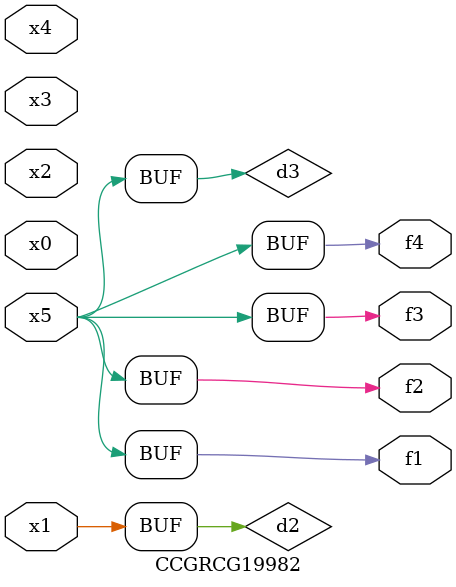
<source format=v>
module CCGRCG19982(
	input x0, x1, x2, x3, x4, x5,
	output f1, f2, f3, f4
);

	wire d1, d2, d3;

	not (d1, x5);
	or (d2, x1);
	xnor (d3, d1);
	assign f1 = d3;
	assign f2 = d3;
	assign f3 = d3;
	assign f4 = d3;
endmodule

</source>
